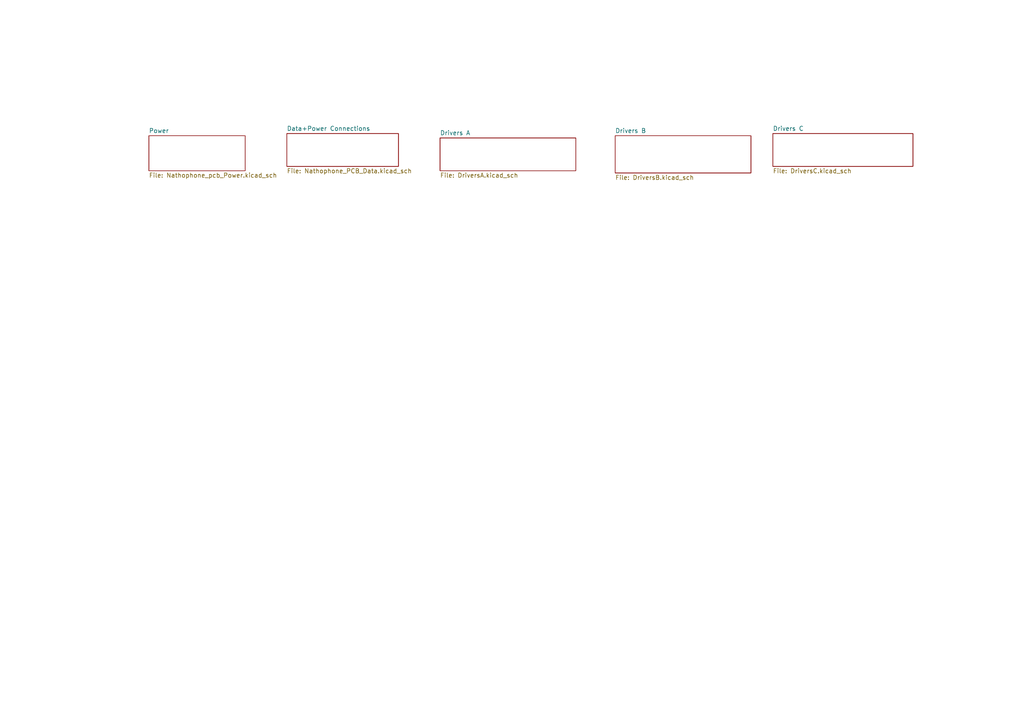
<source format=kicad_sch>
(kicad_sch
	(version 20250114)
	(generator "eeschema")
	(generator_version "9.0")
	(uuid "a109ba74-2574-4a03-88a2-446214ab2b70")
	(paper "A4")
	(title_block
		(title "Nathophone Driver Board")
		(date "2025-10-13")
		(rev "v0")
		(company "Juventus Technikerschule HF")
	)
	(lib_symbols)
	(sheet
		(at 43.18 39.37)
		(size 27.94 10.16)
		(exclude_from_sim no)
		(in_bom yes)
		(on_board yes)
		(dnp no)
		(fields_autoplaced yes)
		(stroke
			(width 0.1524)
			(type solid)
		)
		(fill
			(color 0 0 0 0.0000)
		)
		(uuid "0f0086fd-891b-47c4-bbc0-37ad5b0f511e")
		(property "Sheetname" "Power"
			(at 43.18 38.6584 0)
			(effects
				(font
					(size 1.27 1.27)
				)
				(justify left bottom)
			)
		)
		(property "Sheetfile" "Nathophone_pcb_Power.kicad_sch"
			(at 43.18 50.1146 0)
			(effects
				(font
					(size 1.27 1.27)
				)
				(justify left top)
			)
		)
		(instances
			(project "Nathophone_driver_board"
				(path "/a109ba74-2574-4a03-88a2-446214ab2b70"
					(page "2")
				)
			)
		)
	)
	(sheet
		(at 224.155 38.735)
		(size 40.64 9.525)
		(exclude_from_sim no)
		(in_bom yes)
		(on_board yes)
		(dnp no)
		(fields_autoplaced yes)
		(stroke
			(width 0.1524)
			(type solid)
		)
		(fill
			(color 0 0 0 0.0000)
		)
		(uuid "24b3bb1f-b429-40b8-89ef-9c2dffe09db0")
		(property "Sheetname" "Drivers C"
			(at 224.155 38.0234 0)
			(effects
				(font
					(size 1.27 1.27)
				)
				(justify left bottom)
			)
		)
		(property "Sheetfile" "DriversC.kicad_sch"
			(at 224.155 48.8446 0)
			(effects
				(font
					(size 1.27 1.27)
				)
				(justify left top)
			)
		)
		(instances
			(project "Nathophone_driver_board"
				(path "/a109ba74-2574-4a03-88a2-446214ab2b70"
					(page "6")
				)
			)
		)
	)
	(sheet
		(at 127.635 40.005)
		(size 39.37 9.525)
		(exclude_from_sim no)
		(in_bom yes)
		(on_board yes)
		(dnp no)
		(fields_autoplaced yes)
		(stroke
			(width 0.1524)
			(type solid)
		)
		(fill
			(color 0 0 0 0.0000)
		)
		(uuid "4d4454da-70cd-4801-a7b6-883247468f8d")
		(property "Sheetname" "Drivers A"
			(at 127.635 39.2934 0)
			(effects
				(font
					(size 1.27 1.27)
				)
				(justify left bottom)
			)
		)
		(property "Sheetfile" "DriversA.kicad_sch"
			(at 127.635 50.1146 0)
			(effects
				(font
					(size 1.27 1.27)
				)
				(justify left top)
			)
		)
		(instances
			(project "Nathophone_driver_board"
				(path "/a109ba74-2574-4a03-88a2-446214ab2b70"
					(page "4")
				)
			)
		)
	)
	(sheet
		(at 83.185 38.735)
		(size 32.385 9.525)
		(exclude_from_sim no)
		(in_bom yes)
		(on_board yes)
		(dnp no)
		(fields_autoplaced yes)
		(stroke
			(width 0.1524)
			(type solid)
		)
		(fill
			(color 0 0 0 0.0000)
		)
		(uuid "733a6efd-c3aa-4bd4-8864-3d6e1bb3e66e")
		(property "Sheetname" "Data+Power Connections"
			(at 83.185 38.0234 0)
			(effects
				(font
					(size 1.27 1.27)
				)
				(justify left bottom)
			)
		)
		(property "Sheetfile" "Nathophone_PCB_Data.kicad_sch"
			(at 83.185 48.8446 0)
			(effects
				(font
					(size 1.27 1.27)
				)
				(justify left top)
			)
		)
		(instances
			(project "Nathophone_driver_board"
				(path "/a109ba74-2574-4a03-88a2-446214ab2b70"
					(page "3")
				)
			)
		)
	)
	(sheet
		(at 178.435 39.37)
		(size 39.37 10.795)
		(exclude_from_sim no)
		(in_bom yes)
		(on_board yes)
		(dnp no)
		(fields_autoplaced yes)
		(stroke
			(width 0.1524)
			(type solid)
		)
		(fill
			(color 0 0 0 0.0000)
		)
		(uuid "b5d2c15c-9c4d-4604-9df9-e2970ce853ce")
		(property "Sheetname" "Drivers B"
			(at 178.435 38.6584 0)
			(effects
				(font
					(size 1.27 1.27)
				)
				(justify left bottom)
			)
		)
		(property "Sheetfile" "DriversB.kicad_sch"
			(at 178.435 50.7496 0)
			(effects
				(font
					(size 1.27 1.27)
				)
				(justify left top)
			)
		)
		(instances
			(project "Nathophone_driver_board"
				(path "/a109ba74-2574-4a03-88a2-446214ab2b70"
					(page "5")
				)
			)
		)
	)
	(sheet_instances
		(path "/"
			(page "1")
		)
	)
	(embedded_fonts no)
)

</source>
